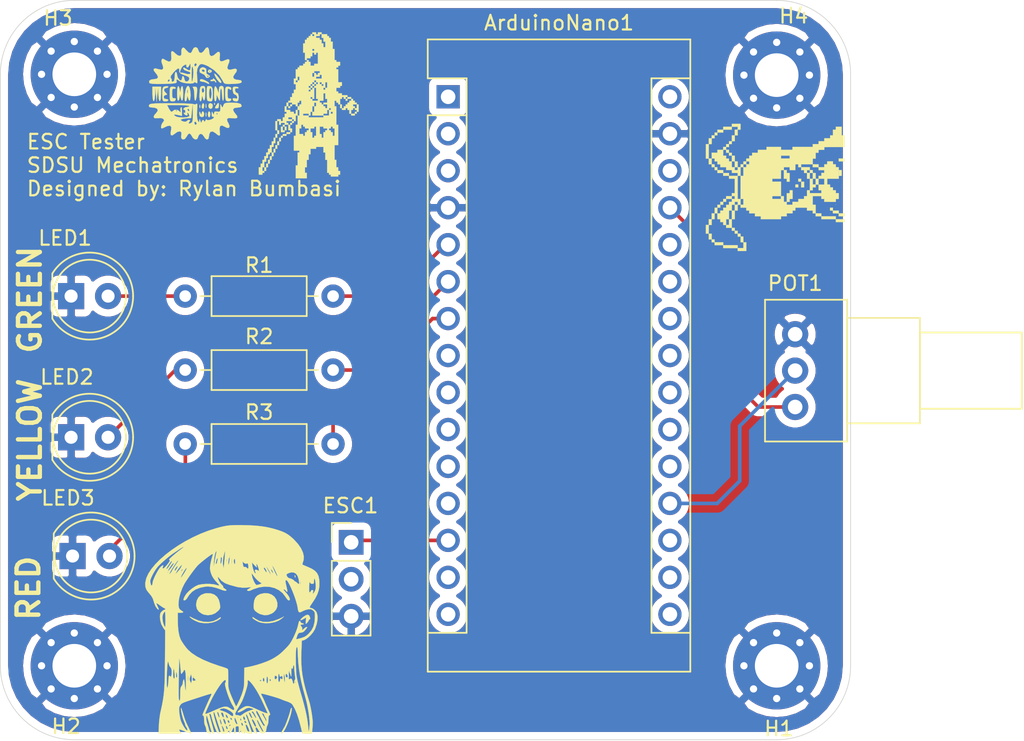
<source format=kicad_pcb>
(kicad_pcb (version 20171130) (host pcbnew "(5.1.9-0-10_14)")
  (title_block (title "ESC Tester") (company "SDSU Mechatronics"))
  (layers (0 F.Cu signal) (31 B.Cu signal) (34 B.Paste user) (35 F.Paste user) (36 B.SilkS user) (37 F.SilkS user) (38 B.Mask user) (39 F.Mask user) (44 Edge.Cuts user))
  (net 0 "")
  (net 1 GND)
  (net 2 "Net-(LED1-Pad2)")
  (net 3 "Net-(LED2-Pad2)")
  (net 4 "Net-(LED3-Pad2)")
  (net 5 /A0)
  (net 6 /5V)
  (net 7 /D2)
  (net 8 /D3)
  (net 9 /D4)
  (net 10 "/D10(PWM)")
  (module Jpeg:logo6'' (layer F.Cu) (at 125.3236 83.4136)
    (fp_text reference G*** hide)
    (fp_text value LOGO hide)
  )
  (module Jpeg:logo5 (layer F.Cu) (at 117.5512 82.55)
    (fp_text reference G*** hide)
    (fp_text value LOGO hide)
  )
  (module Jpeg:logo2 (layer F.Cu) (at 157.3784 89.0524 90)
    (fp_text reference G*** hide)
    (fp_text value LOGO hide)
  )
  (module Jpeg:Rylan_logo2 (layer F.Cu) (at 120.65 118.364)
    (fp_text reference G*** hide)
    (fp_text value LOGO hide)
  )
  (module MountingHole:MountingHole_3mm_Pad_Via (layer F.Cu) (at 157.48 81.337)
    (fp_text reference H4 (at 1.1684 -4.0702) (layer F.SilkS))
    (fp_text value MountingHole_Pad)
    (pad 1 thru_hole circle (at 1.59099 -1.59099) (size 0.8 0.8) (drill 0.5) (layers *.Cu *.Mask) (net 1 GND))
    (pad 1 thru_hole circle (at 0 -2.25) (size 0.8 0.8) (drill 0.5) (layers *.Cu *.Mask) (net 1 GND))
    (pad 1 thru_hole circle (at -1.59099 -1.59099) (size 0.8 0.8) (drill 0.5) (layers *.Cu *.Mask) (net 1 GND))
    (pad 1 thru_hole circle (at -2.25 0) (size 0.8 0.8) (drill 0.5) (layers *.Cu *.Mask) (net 1 GND))
    (pad 1 thru_hole circle (at -1.59099 1.59099) (size 0.8 0.8) (drill 0.5) (layers *.Cu *.Mask) (net 1 GND))
    (pad 1 thru_hole circle (at 0 2.25) (size 0.8 0.8) (drill 0.5) (layers *.Cu *.Mask) (net 1 GND))
    (pad 1 thru_hole circle (at 1.59099 1.59099) (size 0.8 0.8) (drill 0.5) (layers *.Cu *.Mask) (net 1 GND))
    (pad 1 thru_hole circle (at 2.25 0) (size 0.8 0.8) (drill 0.5) (layers *.Cu *.Mask) (net 1 GND))
    (pad 1 thru_hole circle (at 0 0) (size 6 6) (drill 3) (layers *.Cu *.Mask) (net 1 GND))
  )
  (module MountingHole:MountingHole_3mm_Pad_Via (layer F.Cu) (at 109.22 81.28)
    (fp_text reference H3 (at -1.1176 -3.8608) (layer F.SilkS))
    (fp_text value MountingHole_Pad)
    (pad 1 thru_hole circle (at 1.59099 -1.59099) (size 0.8 0.8) (drill 0.5) (layers *.Cu *.Mask) (net 1 GND))
    (pad 1 thru_hole circle (at 0 -2.25) (size 0.8 0.8) (drill 0.5) (layers *.Cu *.Mask) (net 1 GND))
    (pad 1 thru_hole circle (at -1.59099 -1.59099) (size 0.8 0.8) (drill 0.5) (layers *.Cu *.Mask) (net 1 GND))
    (pad 1 thru_hole circle (at -2.25 0) (size 0.8 0.8) (drill 0.5) (layers *.Cu *.Mask) (net 1 GND))
    (pad 1 thru_hole circle (at -1.59099 1.59099) (size 0.8 0.8) (drill 0.5) (layers *.Cu *.Mask) (net 1 GND))
    (pad 1 thru_hole circle (at 0 2.25) (size 0.8 0.8) (drill 0.5) (layers *.Cu *.Mask) (net 1 GND))
    (pad 1 thru_hole circle (at 1.59099 1.59099) (size 0.8 0.8) (drill 0.5) (layers *.Cu *.Mask) (net 1 GND))
    (pad 1 thru_hole circle (at 2.25 0) (size 0.8 0.8) (drill 0.5) (layers *.Cu *.Mask) (net 1 GND))
    (pad 1 thru_hole circle (at 0 0) (size 6 6) (drill 3) (layers *.Cu *.Mask) (net 1 GND))
  )
  (module MountingHole:MountingHole_3mm_Pad_Via (layer F.Cu) (at 109.22 121.92)
    (fp_text reference H2 (at -0.5588 4.1656) (layer F.SilkS))
    (fp_text value MountingHole_Pad)
    (pad 1 thru_hole circle (at 1.59099 -1.59099) (size 0.8 0.8) (drill 0.5) (layers *.Cu *.Mask) (net 1 GND))
    (pad 1 thru_hole circle (at 0 -2.25) (size 0.8 0.8) (drill 0.5) (layers *.Cu *.Mask) (net 1 GND))
    (pad 1 thru_hole circle (at -1.59099 -1.59099) (size 0.8 0.8) (drill 0.5) (layers *.Cu *.Mask) (net 1 GND))
    (pad 1 thru_hole circle (at -2.25 0) (size 0.8 0.8) (drill 0.5) (layers *.Cu *.Mask) (net 1 GND))
    (pad 1 thru_hole circle (at -1.59099 1.59099) (size 0.8 0.8) (drill 0.5) (layers *.Cu *.Mask) (net 1 GND))
    (pad 1 thru_hole circle (at 0 2.25) (size 0.8 0.8) (drill 0.5) (layers *.Cu *.Mask) (net 1 GND))
    (pad 1 thru_hole circle (at 1.59099 1.59099) (size 0.8 0.8) (drill 0.5) (layers *.Cu *.Mask) (net 1 GND))
    (pad 1 thru_hole circle (at 2.25 0) (size 0.8 0.8) (drill 0.5) (layers *.Cu *.Mask) (net 1 GND))
    (pad 1 thru_hole circle (at 0 0) (size 6 6) (drill 3) (layers *.Cu *.Mask) (net 1 GND))
  )
  (module MountingHole:MountingHole_3mm_Pad_Via (layer F.Cu) (at 157.48 121.92)
    (fp_text reference H1 (at 0.1524 4.318) (layer F.SilkS))
    (fp_text value MountingHole_Pad)
    (pad 1 thru_hole circle (at 1.59099 -1.59099) (size 0.8 0.8) (drill 0.5) (layers *.Cu *.Mask) (net 1 GND))
    (pad 1 thru_hole circle (at 0 -2.25) (size 0.8 0.8) (drill 0.5) (layers *.Cu *.Mask) (net 1 GND))
    (pad 1 thru_hole circle (at -1.59099 -1.59099) (size 0.8 0.8) (drill 0.5) (layers *.Cu *.Mask) (net 1 GND))
    (pad 1 thru_hole circle (at -2.25 0) (size 0.8 0.8) (drill 0.5) (layers *.Cu *.Mask) (net 1 GND))
    (pad 1 thru_hole circle (at -1.59099 1.59099) (size 0.8 0.8) (drill 0.5) (layers *.Cu *.Mask) (net 1 GND))
    (pad 1 thru_hole circle (at 0 2.25) (size 0.8 0.8) (drill 0.5) (layers *.Cu *.Mask) (net 1 GND))
    (pad 1 thru_hole circle (at 1.59099 1.59099) (size 0.8 0.8) (drill 0.5) (layers *.Cu *.Mask) (net 1 GND))
    (pad 1 thru_hole circle (at 2.25 0) (size 0.8 0.8) (drill 0.5) (layers *.Cu *.Mask) (net 1 GND))
    (pad 1 thru_hole circle (at 0 0) (size 6 6) (drill 3) (layers *.Cu *.Mask) (net 1 GND))
  )
  (module Resistor_THT:R_Axial_DIN0207_L6.3mm_D2.5mm_P10.16mm_Horizontal (layer F.Cu) (at 127 106.68 180)
    (fp_text reference R3 (at 5.08 2.18) (layer F.SilkS))
    (fp_text value "200 Ω")
    (pad 2 thru_hole oval (at 10.16 0 180) (size 1.6 1.6) (drill 0.8) (layers *.Cu *.Mask) (net 4 "Net-(LED3-Pad2)"))
    (pad 1 thru_hole circle (at 0 0 180) (size 1.6 1.6) (drill 0.8) (layers *.Cu *.Mask) (net 9 /D4))
  )
  (module Resistor_THT:R_Axial_DIN0207_L6.3mm_D2.5mm_P10.16mm_Horizontal (layer F.Cu) (at 127 101.6 180)
    (fp_text reference R2 (at 5.08 2.3) (layer F.SilkS))
    (fp_text value "200 Ω")
    (pad 2 thru_hole oval (at 10.16 0 180) (size 1.6 1.6) (drill 0.8) (layers *.Cu *.Mask) (net 3 "Net-(LED2-Pad2)"))
    (pad 1 thru_hole circle (at 0 0 180) (size 1.6 1.6) (drill 0.8) (layers *.Cu *.Mask) (net 8 /D3))
  )
  (module Resistor_THT:R_Axial_DIN0207_L6.3mm_D2.5mm_P10.16mm_Horizontal (layer F.Cu) (at 127 96.52 180)
    (fp_text reference R1 (at 5.08 2.12) (layer F.SilkS))
    (fp_text value "200 Ω")
    (pad 2 thru_hole oval (at 10.16 0 180) (size 1.6 1.6) (drill 0.8) (layers *.Cu *.Mask) (net 2 "Net-(LED1-Pad2)"))
    (pad 1 thru_hole circle (at 0 0 180) (size 1.6 1.6) (drill 0.8) (layers *.Cu *.Mask) (net 7 /D2))
  )
  (module LED_THT:LED_D5.0mm (layer F.Cu) (at 109.1 114.38)
    (fp_text reference LED3 (at -0.315 -3.989 180) (layer F.SilkS))
    (fp_text value RED)
    (pad 2 thru_hole circle (at 2.54 0) (size 1.8 1.8) (drill 0.9) (layers *.Cu *.Mask) (net 4 "Net-(LED3-Pad2)"))
    (pad 1 thru_hole rect (at 0 0) (size 1.8 1.8) (drill 0.9) (layers *.Cu *.Mask) (net 1 GND))
  )
  (module LED_THT:LED_D5.0mm (layer F.Cu) (at 109 106.22)
    (fp_text reference LED2 (at -0.288 -4.1374 180) (layer F.SilkS))
    (fp_text value YELLOW)
    (pad 2 thru_hole circle (at 2.54 0) (size 1.8 1.8) (drill 0.9) (layers *.Cu *.Mask) (net 3 "Net-(LED2-Pad2)"))
    (pad 1 thru_hole rect (at 0 0) (size 1.8 1.8) (drill 0.9) (layers *.Cu *.Mask) (net 1 GND))
  )
  (module LED_THT:LED_D5.0mm (layer F.Cu) (at 109 96.52)
    (fp_text reference LED1 (at -0.415 -3.9878 180) (layer F.SilkS))
    (fp_text value GREEN)
    (pad 2 thru_hole circle (at 2.54 0) (size 1.8 1.8) (drill 0.9) (layers *.Cu *.Mask) (net 2 "Net-(LED1-Pad2)"))
    (pad 1 thru_hole rect (at 0 0) (size 1.8 1.8) (drill 0.9) (layers *.Cu *.Mask) (net 1 GND))
  )
  (module Module:Arduino_Nano (layer F.Cu) (at 134.905001 82.825001)
    (fp_text reference ArduinoNano1 (at 7.62 -5.08) (layer F.SilkS))
    (fp_text value Arduino_Nano_v3.x)
    (pad 16 thru_hole oval (at 15.24 35.56) (size 1.6 1.6) (drill 1) (layers *.Cu *.Mask))
    (pad 15 thru_hole oval (at 0 35.56) (size 1.6 1.6) (drill 1) (layers *.Cu *.Mask))
    (pad 30 thru_hole oval (at 15.24 0) (size 1.6 1.6) (drill 1) (layers *.Cu *.Mask))
    (pad 14 thru_hole oval (at 0 33.02) (size 1.6 1.6) (drill 1) (layers *.Cu *.Mask))
    (pad 29 thru_hole oval (at 15.24 2.54) (size 1.6 1.6) (drill 1) (layers *.Cu *.Mask) (net 1 GND))
    (pad 13 thru_hole oval (at 0 30.48) (size 1.6 1.6) (drill 1) (layers *.Cu *.Mask) (net 10 "/D10(PWM)"))
    (pad 28 thru_hole oval (at 15.24 5.08) (size 1.6 1.6) (drill 1) (layers *.Cu *.Mask))
    (pad 12 thru_hole oval (at 0 27.94) (size 1.6 1.6) (drill 1) (layers *.Cu *.Mask))
    (pad 27 thru_hole oval (at 15.24 7.62) (size 1.6 1.6) (drill 1) (layers *.Cu *.Mask) (net 6 /5V))
    (pad 11 thru_hole oval (at 0 25.4) (size 1.6 1.6) (drill 1) (layers *.Cu *.Mask))
    (pad 26 thru_hole oval (at 15.24 10.16) (size 1.6 1.6) (drill 1) (layers *.Cu *.Mask))
    (pad 10 thru_hole oval (at 0 22.86) (size 1.6 1.6) (drill 1) (layers *.Cu *.Mask))
    (pad 25 thru_hole oval (at 15.24 12.7) (size 1.6 1.6) (drill 1) (layers *.Cu *.Mask))
    (pad 9 thru_hole oval (at 0 20.32) (size 1.6 1.6) (drill 1) (layers *.Cu *.Mask))
    (pad 24 thru_hole oval (at 15.24 15.24) (size 1.6 1.6) (drill 1) (layers *.Cu *.Mask))
    (pad 8 thru_hole oval (at 0 17.78) (size 1.6 1.6) (drill 1) (layers *.Cu *.Mask))
    (pad 23 thru_hole oval (at 15.24 17.78) (size 1.6 1.6) (drill 1) (layers *.Cu *.Mask))
    (pad 7 thru_hole oval (at 0 15.24) (size 1.6 1.6) (drill 1) (layers *.Cu *.Mask) (net 9 /D4))
    (pad 22 thru_hole oval (at 15.24 20.32) (size 1.6 1.6) (drill 1) (layers *.Cu *.Mask))
    (pad 6 thru_hole oval (at 0 12.7) (size 1.6 1.6) (drill 1) (layers *.Cu *.Mask) (net 8 /D3))
    (pad 21 thru_hole oval (at 15.24 22.86) (size 1.6 1.6) (drill 1) (layers *.Cu *.Mask))
    (pad 5 thru_hole oval (at 0 10.16) (size 1.6 1.6) (drill 1) (layers *.Cu *.Mask) (net 7 /D2))
    (pad 20 thru_hole oval (at 15.24 25.4) (size 1.6 1.6) (drill 1) (layers *.Cu *.Mask))
    (pad 4 thru_hole oval (at 0 7.62) (size 1.6 1.6) (drill 1) (layers *.Cu *.Mask) (net 1 GND))
    (pad 19 thru_hole oval (at 15.24 27.94) (size 1.6 1.6) (drill 1) (layers *.Cu *.Mask) (net 5 /A0))
    (pad 3 thru_hole oval (at 0 5.08) (size 1.6 1.6) (drill 1) (layers *.Cu *.Mask))
    (pad 18 thru_hole oval (at 15.24 30.48) (size 1.6 1.6) (drill 1) (layers *.Cu *.Mask))
    (pad 2 thru_hole oval (at 0 2.54) (size 1.6 1.6) (drill 1) (layers *.Cu *.Mask))
    (pad 17 thru_hole oval (at 15.24 33.02) (size 1.6 1.6) (drill 1) (layers *.Cu *.Mask))
    (pad 1 thru_hole rect (at 0 0) (size 1.6 1.6) (drill 1) (layers *.Cu *.Mask))
  )
  (module Connector_PinHeader_2.54mm:PinHeader_1x03_P2.54mm_Vertical (layer F.Cu) (at 128.2446 113.4364)
    (fp_text reference ESC1 (at -0.0508 -2.5146 180) (layer F.SilkS))
    (fp_text value "Basic ESC")
    (pad 3 thru_hole oval (at 0 5.08) (size 1.7 1.7) (drill 1) (layers *.Cu *.Mask) (net 1 GND))
    (pad 2 thru_hole oval (at 0 2.54) (size 1.7 1.7) (drill 1) (layers *.Cu *.Mask))
    (pad 1 thru_hole rect (at 0 0) (size 1.7 1.7) (drill 1) (layers *.Cu *.Mask) (net 10 "/D10(PWM)"))
  )
  (module Potentiometer_THT:Potentiometer_Alps_RK09Y11_Single_Horizontal (layer F.Cu) (at 158.75 104.14)
    (fp_text reference POT1 (at 0 -8.5) (layer F.SilkS))
    (fp_text value "100 Ω")
    (pad 1 thru_hole circle (at 0 0) (size 1.8 1.8) (drill 1) (layers *.Cu *.Mask) (net 6 /5V))
    (pad 2 thru_hole circle (at 0 -2.5) (size 1.8 1.8) (drill 1) (layers *.Cu *.Mask) (net 5 /A0))
    (pad 3 thru_hole circle (at 0 -5) (size 1.8 1.8) (drill 1) (layers *.Cu *.Mask) (net 1 GND))
  )
  (gr_text "ESC Tester\nSDSU Mechatronics\nDesigned by: Rylan Bumbasi" (at 105.8672 87.5284) (layer F.SilkS) (effects (font (size 1 1)) (justify left)))
  (gr_arc (start 157.48 121.92) (end 157.48 127) (angle -90) (layer Edge.Cuts) (width 0.05))
  (gr_arc (start 109.22 121.92) (end 104.14 121.92) (angle -90) (layer Edge.Cuts) (width 0.05))
  (gr_arc (start 109.22 81.28) (end 109.22 76.2) (angle -90) (layer Edge.Cuts) (width 0.05))
  (gr_line (start 109.22 76.2) (end 157.48 76.2) (layer Edge.Cuts) (width 0.05))
  (gr_line (start 104.14 121.92) (end 104.14 81.28) (layer Edge.Cuts) (width 0.05))
  (gr_line (start 157.48 127) (end 109.22 127) (layer Edge.Cuts) (width 0.05))
  (gr_line (start 162.56 81.28) (end 162.56 121.92) (layer Edge.Cuts) (width 0.05))
  (gr_arc (start 157.48 81.28) (end 162.56 81.28) (angle -90) (layer Edge.Cuts) (width 0.05))
  (gr_text RED (at 106.0704 116.586 90) (layer F.SilkS) (effects (font (size 1.5 1.5) (thickness 0.3))))
  (gr_text YELLOW (at 106.172 106.4006 90) (layer F.SilkS) (effects (font (size 1.5 1.5) (thickness 0.3))))
  (gr_text GREEN (at 106.172 96.774 90) (layer F.SilkS) (effects (font (size 1.5 1.5) (thickness 0.3))))
  (segment (start 111.54 96.52) (end 116.84 96.52) (width 0.25) (layer F.Cu) (net 2))
  (segment (start 116.16 101.6) (end 116.84 101.6) (width 0.25) (layer F.Cu) (net 3))
  (segment (start 111.54 106.22) (end 116.16 101.6) (width 0.25) (layer F.Cu) (net 3))
  (segment (start 116.85 106.69) (end 116.84 106.68) (width 0.25) (layer F.Cu) (net 4))
  (segment (start 116.85 108.75) (end 116.85 106.69) (width 0.25) (layer F.Cu) (net 4))
  (segment (start 111.64 113.96) (end 116.85 108.75) (width 0.25) (layer F.Cu) (net 4))
  (segment (start 111.64 114.38) (end 111.64 113.96) (width 0.25) (layer F.Cu) (net 4))
  (segment (start 154.94 109.22) (end 153.394999 110.765001) (width 0.25) (layer B.Cu) (net 5))
  (segment (start 153.394999 110.765001) (end 150.145001 110.765001) (width 0.25) (layer B.Cu) (net 5))
  (segment (start 154.94 105.45) (end 154.94 109.22) (width 0.25) (layer B.Cu) (net 5))
  (segment (start 158.75 101.64) (end 154.94 105.45) (width 0.25) (layer B.Cu) (net 5))
  (segment (start 158.75 104.14) (end 156.21 104.14) (width 0.25) (layer F.Cu) (net 6))
  (segment (start 156.21 104.14) (end 154.94 102.87) (width 0.25) (layer F.Cu) (net 6))
  (segment (start 154.94 95.24) (end 150.145001 90.445001) (width 0.25) (layer F.Cu) (net 6))
  (segment (start 154.94 102.87) (end 154.94 95.24) (width 0.25) (layer F.Cu) (net 6))
  (segment (start 127.02 96.52) (end 127 96.52) (width 0.25) (layer F.Cu) (net 7))
  (segment (start 134.714999 92.985001) (end 134.905001 92.985001) (width 0.25) (layer F.Cu) (net 7))
  (segment (start 131.18 96.52) (end 134.714999 92.985001) (width 0.25) (layer F.Cu) (net 7))
  (segment (start 127 96.52) (end 131.18 96.52) (width 0.25) (layer F.Cu) (net 7))
  (segment (start 128.830002 101.6) (end 134.905001 95.525001) (width 0.25) (layer F.Cu) (net 8))
  (segment (start 127 101.6) (end 128.830002 101.6) (width 0.25) (layer F.Cu) (net 8))
  (segment (start 127 106.68) (end 127 104.9) (width 0.25) (layer F.Cu) (net 9))
  (segment (start 133.834999 98.065001) (end 134.905001 98.065001) (width 0.25) (layer F.Cu) (net 9))
  (segment (start 127 104.9) (end 133.834999 98.065001) (width 0.25) (layer F.Cu) (net 9))
  (segment (start 128.375999 113.305001) (end 128.2446 113.4364) (width 0.25) (layer F.Cu) (net 10))
  (segment (start 134.905001 113.305001) (end 128.375999 113.305001) (width 0.25) (layer F.Cu) (net 10))
  (zone (net 1) (net_name GND) (layer F.Cu) (connect_pads (clearance 0.508)) (min_thickness 0.254) (fill yes (arc_segments 32) (thermal_gap 0.508) (thermal_bridge_width 0.508))
    (polygon (pts (xy 162.56 127) (xy 104.14 127) (xy 104.14 76.2) (xy 162.56 76.2)))
  )
  (zone (net 1) (net_name GND) (layer B.Cu) (connect_pads (clearance 0.508)) (min_thickness 0.254) (fill yes (arc_segments 32) (thermal_gap 0.508) (thermal_bridge_width 0.508))
    (polygon (pts (xy 162.56 127) (xy 104.14 127) (xy 104.14 76.2) (xy 162.56 76.2)))
  )
)
</source>
